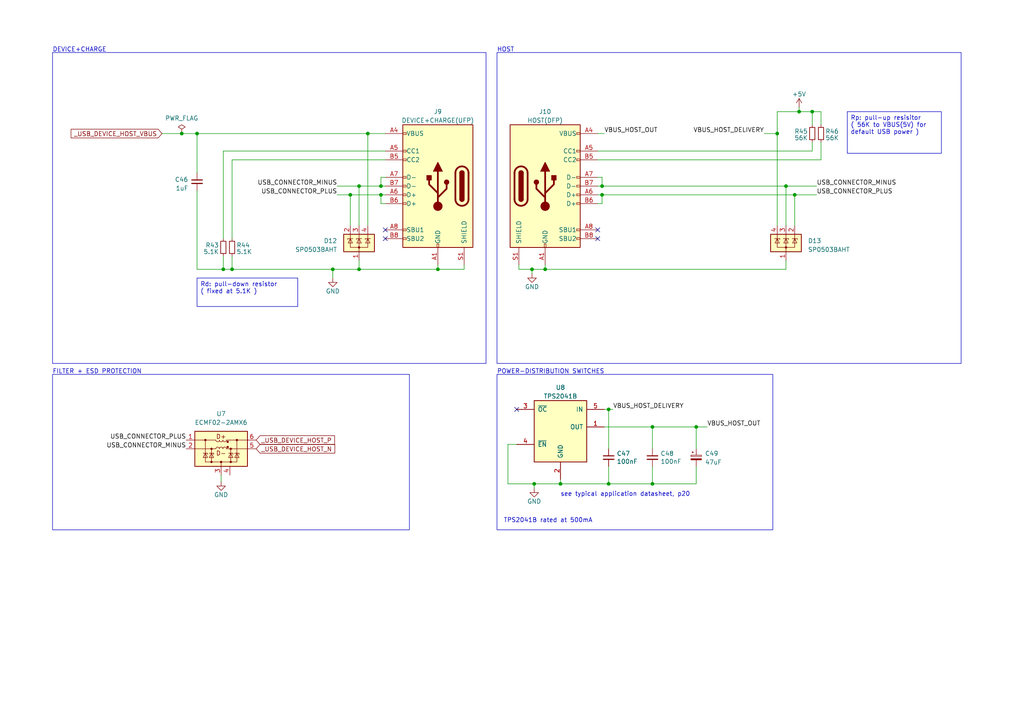
<source format=kicad_sch>
(kicad_sch (version 20231120) (generator "eeschema") (generator_version "8.0")
  (paper "A4")
  (lib_symbols
    (symbol "Connector:USB_C_Receptacle_USB2.0" (pin_names (offset 1.016))
      (property "Reference" "J" (at -10.16 19.05 0))
      (property "Value" "USB_C_Receptacle_USB2.0" (at 19.05 19.05 0))
      (symbol "USB_C_Receptacle_USB2.0_0_0"
        (rectangle (start -0.254 -17.78) (end 0.254 -16.764))
        (rectangle (start 10.16 -14.986) (end 9.144 -15.494))
        (rectangle (start 10.16 -12.446) (end 9.144 -12.954))
        (rectangle (start 10.16 -4.826) (end 9.144 -5.334))
        (rectangle (start 10.16 -2.286) (end 9.144 -2.794))
        (rectangle (start 10.16 0.254) (end 9.144 -0.254))
        (rectangle (start 10.16 2.794) (end 9.144 2.286))
        (rectangle (start 10.16 7.874) (end 9.144 7.366))
        (rectangle (start 10.16 10.414) (end 9.144 9.906))
        (rectangle (start 10.16 15.494) (end 9.144 14.986))
      )
      (symbol "USB_C_Receptacle_USB2.0_0_1"
        (rectangle (start -10.16 17.78) (end 10.16 -17.78) (stroke (width 0.254)) (fill (type background)))
        (arc (start -8.89 -3.81) (mid -6.985 -5.7067) (end -5.08 -3.81) (stroke (width 0.508)))
        (arc (start -7.62 -3.81) (mid -6.985 -4.4423) (end -6.35 -3.81) (stroke (width 0.254)))
        (arc (start -7.62 -3.81) (mid -6.985 -4.4423) (end -6.35 -3.81) (stroke (width 0.254)) (fill (type outline)))
        (rectangle (start -7.62 -3.81) (end -6.35 3.81) (stroke (width 0.254)) (fill (type outline)))
        (arc (start -6.35 3.81) (mid -6.985 4.4423) (end -7.62 3.81) (stroke (width 0.254)))
        (arc (start -6.35 3.81) (mid -6.985 4.4423) (end -7.62 3.81) (stroke (width 0.254)) (fill (type outline)))
        (arc (start -5.08 3.81) (mid -6.985 5.7067) (end -8.89 3.81) (stroke (width 0.508)))
        (circle (center -2.54 1.143) (radius 0.635) (stroke (width 0.254)) (fill (type outline)))
        (circle (center 0 -5.842) (radius 1.27) (fill (type outline)))
        (polyline (pts (xy -8.89 -3.81) (xy -8.89 3.81)) (stroke (width 0.508)))
        (polyline (pts (xy -5.08 3.81) (xy -5.08 -3.81)) (stroke (width 0.508)))
        (polyline (pts (xy 0 -5.842) (xy 0 4.318)) (stroke (width 0.508)))
        (polyline (pts (xy 0 -3.302) (xy -2.54 -0.762) (xy -2.54 0.508)) (stroke (width 0.508)))
        (polyline (pts (xy 0 -2.032) (xy 2.54 0.508) (xy 2.54 1.778)) (stroke (width 0.508)))
        (polyline (pts (xy -1.27 4.318) (xy 0 6.858) (xy 1.27 4.318) (xy -1.27 4.318)) (stroke (width 0.254)) (fill (type outline)))
        (rectangle (start 1.905 1.778) (end 3.175 3.048) (stroke (width 0.254)) (fill (type outline)))
      )
      (symbol "USB_C_Receptacle_USB2.0_1_1"
        (pin passive line (at 0 -22.86 90) (length 5.08) (name "GND") (number "A1"))
        (pin passive line (at 0 -22.86 90) (length 5.08) hide (name "GND") (number "A12"))
        (pin passive line (at 15.24 15.24 180) (length 5.08) (name "VBUS") (number "A4"))
        (pin bidirectional line (at 15.24 10.16 180) (length 5.08) (name "CC1") (number "A5"))
        (pin bidirectional line (at 15.24 -2.54 180) (length 5.08) (name "D+") (number "A6"))
        (pin bidirectional line (at 15.24 2.54 180) (length 5.08) (name "D-") (number "A7"))
        (pin bidirectional line (at 15.24 -12.7 180) (length 5.08) (name "SBU1") (number "A8"))
        (pin passive line (at 15.24 15.24 180) (length 5.08) hide (name "VBUS") (number "A9"))
        (pin passive line (at 0 -22.86 90) (length 5.08) hide (name "GND") (number "B1"))
        (pin passive line (at 0 -22.86 90) (length 5.08) hide (name "GND") (number "B12"))
        (pin passive line (at 15.24 15.24 180) (length 5.08) hide (name "VBUS") (number "B4"))
        (pin bidirectional line (at 15.24 7.62 180) (length 5.08) (name "CC2") (number "B5"))
        (pin bidirectional line (at 15.24 -5.08 180) (length 5.08) (name "D+") (number "B6"))
        (pin bidirectional line (at 15.24 0 180) (length 5.08) (name "D-") (number "B7"))
        (pin bidirectional line (at 15.24 -15.24 180) (length 5.08) (name "SBU2") (number "B8"))
        (pin passive line (at 15.24 15.24 180) (length 5.08) hide (name "VBUS") (number "B9"))
        (pin passive line (at -7.62 -22.86 90) (length 5.08) (name "SHIELD") (number "S1"))
      )
    )
    (symbol "Device:C_Polarized_Small" (pin_numbers hide) (pin_names (offset 0.254) hide)
      (property "Reference" "C" (at 0.254 1.778 0))
      (property "Value" "C_Polarized_Small" (at 0.254 -2.032 0))
      (symbol "C_Polarized_Small_0_1"
        (rectangle (start -1.524 -0.3048) (end 1.524 -0.6858) (fill (type outline)))
        (rectangle (start -1.524 0.6858) (end 1.524 0.3048))
        (polyline (pts (xy -1.27 1.524) (xy -0.762 1.524)))
        (polyline (pts (xy -1.016 1.27) (xy -1.016 1.778)))
      )
      (symbol "C_Polarized_Small_1_1"
        (pin passive line (at 0 2.54 270) (length 1.8542) (name "~") (number "1"))
        (pin passive line (at 0 -2.54 90) (length 1.8542) (name "~") (number "2"))
      )
    )
    (symbol "Device:C_Small" (pin_numbers hide) (pin_names (offset 0.254) hide)
      (property "Reference" "C" (at 0.254 1.778 0))
      (property "Value" "C_Small" (at 0.254 -2.032 0))
      (symbol "C_Small_0_1"
        (polyline (pts (xy -1.524 -0.508) (xy 1.524 -0.508)) (stroke (width 0.3302)))
        (polyline (pts (xy -1.524 0.508) (xy 1.524 0.508)) (stroke (width 0.3048)))
      )
      (symbol "C_Small_1_1"
        (pin passive line (at 0 2.54 270) (length 2.032) (name "~") (number "1"))
        (pin passive line (at 0 -2.54 90) (length 2.032) (name "~") (number "2"))
      )
    )
    (symbol "Device:R_Small" (pin_numbers hide) (pin_names (offset 0.254) hide)
      (property "Reference" "R" (at 0.762 0.508 0))
      (property "Value" "R_Small" (at 0.762 -1.016 0))
      (symbol "R_Small_0_1"
        (rectangle (start -0.762 1.778) (end 0.762 -1.778) (stroke (width 0.2032)))
      )
      (symbol "R_Small_1_1"
        (pin passive line (at 0 2.54 270) (length 0.762) (name "~") (number "1"))
        (pin passive line (at 0 -2.54 90) (length 0.762) (name "~") (number "2"))
      )
    )
    (symbol "Power_Management:TPS2041B" (pin_names (offset 1.016))
      (property "Reference" "U" (at 0 10.795 0))
      (property "Value" "TPS2041B" (at 0 8.89 0))
      (symbol "TPS2041B_0_1"
        (rectangle (start -7.62 7.62) (end 7.62 -10.16) (stroke (width 0.254)) (fill (type background)))
      )
      (symbol "TPS2041B_1_1"
        (pin power_out line (at 12.7 0 180) (length 5.08) (name "OUT") (number "1"))
        (pin power_in line (at 0 -15.24 90) (length 5.08) (name "GND") (number "2"))
        (pin open_collector line (at -12.7 5.08 0) (length 5.08) (name "~{OC}") (number "3"))
        (pin input line (at -12.7 -5.08 0) (length 5.08) (name "~{EN}") (number "4"))
        (pin power_in line (at 12.7 5.08 180) (length 5.08) (name "IN") (number "5"))
      )
    )
    (symbol "Power_Protection:ECMF02-2AMX6" (pin_names (offset 0.0254) hide)
      (property "Reference" "U" (at 0 10.16 0))
      (property "Value" "ECMF02-2AMX6" (at 0 7.62 0))
      (symbol "ECMF02-2AMX6_0_1"
        (rectangle (start -7.62 5.08) (end 7.62 -5.08) (stroke (width 0.254)) (fill (type background)))
        (arc (start -1.524 2.5023) (mid -1.016 2.0306) (end -0.508 2.5023))
        (arc (start -0.508 0.0377) (mid -1.016 0.5094) (end -1.524 0.0377))
        (arc (start -0.508 2.5023) (mid 0 2.0306) (end 0.508 2.5023))
        (polyline (pts (xy -7.62 0) (xy -1.524 0)))
        (polyline (pts (xy -7.62 2.54) (xy -1.524 2.54)))
        (polyline (pts (xy -4.572 -3.81) (xy 4.572 -3.81)))
        (polyline (pts (xy -4.572 2.54) (xy -4.572 -3.81)))
        (polyline (pts (xy -2.794 0) (xy -2.794 -3.81)))
        (polyline (pts (xy 0 -5.08) (xy 0 -3.81)))
        (polyline (pts (xy 2.54 0) (xy 1.524 0)))
        (polyline (pts (xy 2.54 0) (xy 7.62 0)))
        (polyline (pts (xy 2.54 2.54) (xy 1.524 2.54)))
        (polyline (pts (xy 2.54 2.54) (xy 7.62 2.54)))
        (polyline (pts (xy 2.794 0) (xy 2.794 -3.81)))
        (polyline (pts (xy 4.572 2.54) (xy 4.572 -3.81)))
        (arc (start 0.508 0.0377) (mid 0 0.5094) (end -0.508 0.0377))
        (arc (start 0.508 2.5023) (mid 1.016 2.0306) (end 1.524 2.5023))
        (arc (start 1.524 0.0377) (mid 1.016 0.5094) (end 0.508 0.0377))
        (text "D+" (at 0 3.556 0) (effects (font (size 1.27 1.27))))
        (text "D-" (at 0 -1.27 0) (effects (font (size 1.27 1.27))))
      )
      (symbol "ECMF02-2AMX6_1_1"
        (circle (center -4.572 2.54) (radius 0.254) (fill (type outline)))
        (circle (center -2.794 -3.81) (radius 0.254) (fill (type outline)))
        (circle (center -2.794 0) (radius 0.254) (fill (type outline)))
        (circle (center 0 -3.81) (radius 0.254) (fill (type outline)))
        (polyline (pts (xy -3.937 -1.651) (xy -3.937 -1.27) (xy -5.207 -1.27)))
        (polyline (pts (xy -2.159 -1.651) (xy -2.159 -1.27) (xy -3.429 -1.27)))
        (polyline (pts (xy 3.429 -1.651) (xy 3.429 -1.27) (xy 2.159 -1.27)))
        (polyline (pts (xy 5.207 -1.651) (xy 5.207 -1.27) (xy 3.937 -1.27)))
        (polyline (pts (xy -5.207 -2.54) (xy -3.937 -2.54) (xy -4.572 -1.27) (xy -5.207 -2.54)))
        (polyline (pts (xy -3.429 -2.54) (xy -2.159 -2.54) (xy -2.794 -1.27) (xy -3.429 -2.54)))
        (polyline (pts (xy 3.429 -2.54) (xy 2.159 -2.54) (xy 2.794 -1.27) (xy 3.429 -2.54)))
        (polyline (pts (xy 5.207 -2.54) (xy 3.937 -2.54) (xy 4.572 -1.27) (xy 5.207 -2.54)))
        (circle (center 1.905 0.508) (radius 0.254) (fill (type outline)))
        (circle (center 1.905 2.032) (radius 0.254) (fill (type outline)))
        (circle (center 2.794 -3.81) (radius 0.254) (fill (type outline)))
        (circle (center 2.794 0) (radius 0.254) (fill (type outline)))
        (circle (center 4.572 2.54) (radius 0.254) (fill (type outline)))
        (pin passive line (at -10.16 2.54 0) (length 2.54) (name "D+_in") (number "1"))
        (pin passive line (at -10.16 0 0) (length 2.54) (name "D-_in") (number "2"))
        (pin power_in line (at 0 -7.62 90) (length 2.54) (name "GND") (number "3"))
        (pin free line (at 2.54 -7.62 90) (length 2.54) (name "NC") (number "4"))
        (pin passive line (at 10.16 0 180) (length 2.54) (name "D-_out") (number "5"))
        (pin passive line (at 10.16 2.54 180) (length 2.54) (name "D+_out") (number "6"))
      )
    )
    (symbol "Power_Protection:SP0503BAHT" (pin_names hide)
      (property "Reference" "D" (at 5.715 2.54 0))
      (property "Value" "SP0503BAHT" (at 5.715 0.635 0))
      (symbol "SP0503BAHT_0_0"
        (pin passive line (at 0 -5.08 90) (length 2.54) (name "A") (number "1"))
      )
      (symbol "SP0503BAHT_0_1"
        (rectangle (start -4.445 2.54) (end 4.445 -2.54) (stroke (width 0.254)) (fill (type background)))
        (circle (center 0 -1.27) (radius 0.254) (fill (type outline)))
        (polyline (pts (xy -2.54 2.54) (xy -2.54 1.27)))
        (polyline (pts (xy 0 -1.27) (xy 0 -2.54)))
        (polyline (pts (xy 0 -1.27) (xy 0 1.27)))
        (polyline (pts (xy 0 2.54) (xy 0 1.27)))
        (polyline (pts (xy 0.635 1.27) (xy 0.762 1.27)))
        (polyline (pts (xy 2.54 2.54) (xy 2.54 1.27)))
        (polyline (pts (xy 0.635 1.27) (xy -0.762 1.27) (xy -0.762 1.016)))
        (polyline (pts (xy -3.302 1.016) (xy -3.302 1.27) (xy -1.905 1.27) (xy -1.778 1.27)))
        (polyline (pts (xy -2.54 1.27) (xy -2.54 -1.27) (xy 2.54 -1.27) (xy 2.54 1.27)))
        (polyline (pts (xy -2.54 1.27) (xy -1.905 0) (xy -3.175 0) (xy -2.54 1.27)))
        (polyline (pts (xy 0.635 0) (xy -0.635 0) (xy 0 1.27) (xy 0.635 0)))
        (polyline (pts (xy 1.778 1.016) (xy 1.778 1.27) (xy 3.175 1.27) (xy 3.302 1.27)))
        (polyline (pts (xy 2.54 1.27) (xy 1.905 0) (xy 3.175 0) (xy 2.54 1.27)))
      )
      (symbol "SP0503BAHT_1_1"
        (pin passive line (at -2.54 5.08 270) (length 2.54) (name "K") (number "2"))
        (pin passive line (at 0 5.08 270) (length 2.54) (name "K") (number "3"))
        (pin passive line (at 2.54 5.08 270) (length 2.54) (name "K") (number "4"))
      )
    )
    (symbol "power:+5V" (power) (pin_names (offset 0))
      (property "Value" "+5V" (at 0 3.556 0))
      (symbol "+5V_0_1"
        (polyline (pts (xy -0.762 1.27) (xy 0 2.54)))
        (polyline (pts (xy 0 0) (xy 0 2.54)))
        (polyline (pts (xy 0 2.54) (xy 0.762 1.27)))
      )
      (symbol "+5V_1_1"
        (pin power_in line (at 0 0 90) (length 0) hide (name "+5V") (number "1"))
      )
    )
    (symbol "power:GND" (power) (pin_names (offset 0))
      (property "Value" "GND" (at 0 -3.81 0))
      (symbol "GND_0_1"
        (polyline (pts (xy 0 0) (xy 0 -1.27) (xy 1.27 -1.27) (xy 0 -2.54) (xy -1.27 -1.27) (xy 0 -1.27)))
      )
      (symbol "GND_1_1"
        (pin power_in line (at 0 0 270) (length 0) hide (name "GND") (number "1"))
      )
    )
    (symbol "power:PWR_FLAG" (power) (pin_numbers hide) (pin_names (offset 0) hide)
      (property "Value" "PWR_FLAG" (at 0 3.81 0))
      (symbol "PWR_FLAG_0_0"
        (pin power_out line (at 0 0 90) (length 0) (name "pwr") (number "1"))
      )
      (symbol "PWR_FLAG_0_1"
        (polyline (pts (xy 0 0) (xy 0 1.27) (xy -1.016 1.905) (xy 0 2.54) (xy 1.016 1.905) (xy 0 1.27)))
      )
    )
  )
  (junction (at 189.23 123.825))
  (junction (at 104.14 53.975))
  (junction (at 104.14 78.105))
  (junction (at 110.49 53.975))
  (junction (at 101.6 56.515))
  (junction (at 162.56 140.335))
  (junction (at 52.705 38.735))
  (junction (at 227.965 53.975))
  (junction (at 235.585 32.385))
  (junction (at 201.93 123.825))
  (junction (at 174.625 56.515))
  (junction (at 176.53 140.335))
  (junction (at 127 78.105))
  (junction (at 106.68 38.735))
  (junction (at 174.625 53.975))
  (junction (at 57.15 38.735))
  (junction (at 154.305 78.105))
  (junction (at 176.53 118.745))
  (junction (at 110.49 56.515))
  (junction (at 67.31 78.105))
  (junction (at 225.425 38.735))
  (junction (at 64.77 78.105))
  (junction (at 189.23 140.335))
  (junction (at 231.775 32.385))
  (junction (at 154.94 140.335))
  (junction (at 158.115 78.105))
  (junction (at 96.52 78.105))
  (junction (at 230.505 56.515))
  (no_connect (at 111.76 69.215))
  (no_connect (at 173.355 69.215))
  (no_connect (at 149.86 118.745))
  (no_connect (at 111.76 66.675))
  (no_connect (at 173.355 66.675))
  (wire (pts (xy 225.425 32.385) (xy 225.425 38.735)))
  (wire (pts (xy 235.585 43.815) (xy 235.585 41.275)))
  (wire (pts (xy 230.505 56.515) (xy 230.505 65.405)))
  (wire (pts (xy 67.31 78.105) (xy 96.52 78.105)))
  (wire (pts (xy 97.79 56.515) (xy 101.6 56.515)))
  (wire (pts (xy 57.15 55.245) (xy 57.15 78.105)))
  (wire (pts (xy 225.425 32.385) (xy 231.775 32.385)))
  (wire (pts (xy 147.32 128.905) (xy 147.32 140.335)))
  (wire (pts (xy 64.77 43.815) (xy 64.77 69.215)))
  (wire (pts (xy 205.105 123.825) (xy 201.93 123.825)))
  (wire (pts (xy 189.23 123.825) (xy 189.23 130.175)))
  (wire (pts (xy 150.495 78.105) (xy 154.305 78.105)))
  (wire (pts (xy 238.125 32.385) (xy 238.125 36.195)))
  (wire (pts (xy 201.93 123.825) (xy 201.93 130.175)))
  (wire (pts (xy 154.94 140.335) (xy 154.94 141.605)))
  (wire (pts (xy 175.26 118.745) (xy 176.53 118.745)))
  (wire (pts (xy 57.15 50.165) (xy 57.15 38.735)))
  (wire (pts (xy 110.49 53.975) (xy 104.14 53.975)))
  (wire (pts (xy 104.14 75.565) (xy 104.14 78.105)))
  (wire (pts (xy 110.49 59.055) (xy 110.49 56.515)))
  (wire (pts (xy 227.965 75.565) (xy 227.965 78.105)))
  (wire (pts (xy 201.93 123.825) (xy 189.23 123.825)))
  (wire (pts (xy 230.505 56.515) (xy 236.855 56.515)))
  (wire (pts (xy 127 78.105) (xy 134.62 78.105)))
  (wire (pts (xy 173.355 46.355) (xy 238.125 46.355)))
  (wire (pts (xy 57.15 38.735) (xy 106.68 38.735)))
  (wire (pts (xy 101.6 56.515) (xy 101.6 65.405)))
  (wire (pts (xy 235.585 32.385) (xy 235.585 36.195)))
  (wire (pts (xy 64.77 43.815) (xy 111.76 43.815)))
  (wire (pts (xy 104.14 53.975) (xy 104.14 65.405)))
  (wire (pts (xy 173.355 43.815) (xy 235.585 43.815)))
  (wire (pts (xy 225.425 38.735) (xy 225.425 65.405)))
  (wire (pts (xy 101.6 56.515) (xy 110.49 56.515)))
  (wire (pts (xy 67.31 46.355) (xy 67.31 69.215)))
  (wire (pts (xy 106.68 38.735) (xy 111.76 38.735)))
  (wire (pts (xy 189.23 140.335) (xy 201.93 140.335)))
  (wire (pts (xy 176.53 135.255) (xy 176.53 140.335)))
  (wire (pts (xy 162.56 140.335) (xy 176.53 140.335)))
  (wire (pts (xy 64.135 137.795) (xy 64.135 139.7)))
  (wire (pts (xy 162.56 139.065) (xy 162.56 140.335)))
  (wire (pts (xy 127 78.105) (xy 127 76.835)))
  (wire (pts (xy 97.79 53.975) (xy 104.14 53.975)))
  (wire (pts (xy 173.355 38.735) (xy 175.26 38.735)))
  (wire (pts (xy 176.53 140.335) (xy 189.23 140.335)))
  (wire (pts (xy 111.76 56.515) (xy 110.49 56.515)))
  (wire (pts (xy 64.77 74.295) (xy 64.77 78.105)))
  (wire (pts (xy 175.26 123.825) (xy 189.23 123.825)))
  (wire (pts (xy 111.76 59.055) (xy 110.49 59.055)))
  (wire (pts (xy 96.52 78.105) (xy 104.14 78.105)))
  (wire (pts (xy 52.705 38.735) (xy 57.15 38.735)))
  (wire (pts (xy 106.68 38.735) (xy 106.68 65.405)))
  (wire (pts (xy 150.495 76.835) (xy 150.495 78.105)))
  (wire (pts (xy 238.125 32.385) (xy 235.585 32.385)))
  (wire (pts (xy 96.52 80.645) (xy 96.52 78.105)))
  (wire (pts (xy 174.625 59.055) (xy 174.625 56.515)))
  (wire (pts (xy 176.53 118.745) (xy 176.53 130.175)))
  (wire (pts (xy 238.125 46.355) (xy 238.125 41.275)))
  (wire (pts (xy 227.965 53.975) (xy 236.855 53.975)))
  (wire (pts (xy 174.625 56.515) (xy 230.505 56.515)))
  (wire (pts (xy 173.355 51.435) (xy 174.625 51.435)))
  (wire (pts (xy 176.53 118.745) (xy 177.8 118.745)))
  (wire (pts (xy 158.115 78.105) (xy 158.115 76.835)))
  (wire (pts (xy 201.93 135.255) (xy 201.93 140.335)))
  (wire (pts (xy 154.305 79.375) (xy 154.305 78.105)))
  (wire (pts (xy 111.76 53.975) (xy 110.49 53.975)))
  (wire (pts (xy 67.31 74.295) (xy 67.31 78.105)))
  (wire (pts (xy 154.305 78.105) (xy 158.115 78.105)))
  (wire (pts (xy 111.76 51.435) (xy 110.49 51.435)))
  (wire (pts (xy 227.965 53.975) (xy 227.965 65.405)))
  (wire (pts (xy 134.62 76.835) (xy 134.62 78.105)))
  (wire (pts (xy 174.625 51.435) (xy 174.625 53.975)))
  (wire (pts (xy 57.15 78.105) (xy 64.77 78.105)))
  (wire (pts (xy 67.31 78.105) (xy 64.77 78.105)))
  (wire (pts (xy 235.585 32.385) (xy 231.775 32.385)))
  (wire (pts (xy 162.56 140.335) (xy 154.94 140.335)))
  (wire (pts (xy 110.49 51.435) (xy 110.49 53.975)))
  (wire (pts (xy 104.14 78.105) (xy 127 78.105)))
  (wire (pts (xy 173.355 59.055) (xy 174.625 59.055)))
  (wire (pts (xy 221.615 38.735) (xy 225.425 38.735)))
  (wire (pts (xy 174.625 53.975) (xy 227.965 53.975)))
  (wire (pts (xy 147.32 128.905) (xy 149.86 128.905)))
  (wire (pts (xy 147.32 140.335) (xy 154.94 140.335)))
  (wire (pts (xy 46.99 38.735) (xy 52.705 38.735)))
  (wire (pts (xy 189.23 135.255) (xy 189.23 140.335)))
  (wire (pts (xy 158.115 78.105) (xy 227.965 78.105)))
  (wire (pts (xy 173.355 53.975) (xy 174.625 53.975)))
  (wire (pts (xy 173.355 56.515) (xy 174.625 56.515)))
  (wire (pts (xy 67.31 46.355) (xy 111.76 46.355)))
  (wire (pts (xy 231.775 31.115) (xy 231.775 32.385)))
  (rectangle (start 15.24 108.585) (end 118.745 153.67))
  (rectangle (start 144.145 15.24) (end 278.765 105.41))
  (rectangle (start 144.145 108.585) (end 224.155 153.67))
  (rectangle (start 15.24 15.24) (end 140.97 105.41))
  (text_box "Rd: pull-down resistor\n( fixed at 5.1K )" (at 57.15 80.645 0) (size 29.21 8.255) (effects (font (size 1.27 1.27)) (justify left top)))
  (text_box "Rp: pull-up resisitor\n( 56K to VBUS(5V) for default USB power )" (at 245.745 32.385 0) (size 27.305 12.065) (effects (font (size 1.27 1.27)) (justify left top)))
  (text "FILTER + ESD PROTECTION" (at 15.24 108.585 0) (effects (font (size 1.27 1.27)) (justify left bottom)))
  (text "see typical application datasheet, p20" (at 162.56 144.145 0) (effects (font (size 1.27 1.27)) (justify left bottom)))
  (text "HOST" (at 144.145 15.24 0) (effects (font (size 1.27 1.27)) (justify left bottom)))
  (text "TPS2041B rated at 500mA" (at 146.05 151.765 0) (effects (font (size 1.27 1.27)) (justify left bottom)))
  (text "DEVICE+CHARGE" (at 15.24 15.24 0) (effects (font (size 1.27 1.27)) (justify left bottom)))
  (text "POWER-DISTRIBUTION SWITCHES" (at 144.145 108.585 0) (effects (font (size 1.27 1.27)) (justify left bottom)))
  (label "VBUS_HOST_DELIVERY" (at 221.615 38.735 180))
  (label "USB_CONNECTOR_MINUS" (at 236.855 53.975 0))
  (label "VBUS_HOST_DELIVERY" (at 177.8 118.745 0))
  (label "USB_CONNECTOR_PLUS" (at 97.79 56.515 180))
  (label "USB_CONNECTOR_MINUS" (at 53.975 130.175 180))
  (label "USB_CONNECTOR_PLUS" (at 53.975 127.635 180))
  (label "VBUS_HOST_OUT" (at 205.105 123.825 0))
  (label "VBUS_HOST_OUT" (at 175.26 38.735 0))
  (label "USB_CONNECTOR_PLUS" (at 236.855 56.515 0))
  (label "USB_CONNECTOR_MINUS" (at 97.79 53.975 180))
  (global_label "_USB_DEVICE_HOST_VBUS" (shape input) (at 46.99 38.735 180) (property "Intersheetrefs" "${INTERSHEET_REFS}" (effects (hide yes))))
  (global_label "_USB_DEVICE_HOST_N" (shape input) (at 74.295 130.175 0) (property "Intersheetrefs" "${INTERSHEET_REFS}" (effects (hide yes))))
  (global_label "_USB_DEVICE_HOST_P" (shape input) (at 74.295 127.635 0) (property "Intersheetrefs" "${INTERSHEET_REFS}" (effects (hide yes))))
  (symbol (lib_id "Device:C_Small") (at 176.53 132.715 0) (unit 1)
    (property "Reference" "C47" (at 178.8668 131.5466 0) (effects (justify left)))
    (property "Value" "100nF" (at 178.8668 133.858 0) (effects (justify left)))
    (property "Footprint" "Capacitor_SMD:C_1206_3216Metric" (effects (hide yes)))
    (property "Description" "50V" (effects (hide yes)))
    (property "JLCPCB" "C3015151" (effects (hide yes)))
  )
  (symbol (lib_id "Power_Protection:ECMF02-2AMX6") (at 64.135 130.175 0) (unit 1)
    (property "Reference" "U7" (at 64.135 120.015 0))
    (property "Value" "ECMF02-2AMX6" (at 64.135 122.555 0))
    (property "Footprint" "Package_DFN_QFN:ST_UQFN-6L_1.5x1.7mm_P0.5mm" (effects (hide yes)))
    (property "Datasheet" "https://www.st.com/resource/en/datasheet/ecmf02-2amx6.pdf" (effects (hide yes)))
    (property "JLCPCB" "C2651144" (effects (hide yes)))
  )
  (symbol (lib_id "Device:C_Polarized_Small") (at 201.93 132.715 0) (unit 1)
    (property "Reference" "C49" (at 204.47 131.5339 0) (effects (justify left)))
    (property "Value" "47uF" (at 204.47 134.0739 0) (effects (justify left)))
    (property "Footprint" "Capacitor_SMD:CP_Elec_4x5.4" (effects (hide yes)))
    (property "Description" "10V" (effects (hide yes)))
    (property "JLCPCB" "C114447" (effects (hide yes)))
  )
  (symbol (lib_id "Device:R_Small") (at 238.125 38.735 180) (unit 1)
    (property "Reference" "R46" (at 239.395 38.1 0) (effects (justify right)))
    (property "Value" "56K" (at 239.395 40.005 0) (effects (justify right)))
    (property "Footprint" "Resistor_SMD:R_0402_1005Metric" (effects (hide yes)))
    (property "Description" "63mW" (effects (hide yes)))
    (property "JLCPCB" "C352409" (effects (hide yes)))
  )
  (symbol (lib_id "Device:R_Small") (at 67.31 71.755 180) (unit 1)
    (property "Reference" "R44" (at 68.58 71.12 0) (effects (justify right)))
    (property "Value" "5.1K" (at 68.58 73.025 0) (effects (justify right)))
    (property "Footprint" "Resistor_SMD:R_0402_1005Metric" (effects (hide yes)))
    (property "Description" "62.5mW" (effects (hide yes)))
    (property "JLCPCB" "C409730" (effects (hide yes)))
  )
  (symbol (lib_id "Connector:USB_C_Receptacle_USB2.0") (at 127 53.975 0) (mirror y) (unit 1)
    (property "Reference" "J9" (at 127 32.385 0))
    (property "Value" "DEVICE+CHARGE(UFP)" (at 127 34.925 0))
    (property "Footprint" "Connector_USB:USB_C_Receptacle_HRO_TYPE-C-31-M-12" (effects (hide yes)))
    (property "Datasheet" "https://www.usb.org/sites/default/files/documents/usb_type-c.zip" (effects (hide yes)))
    (property "JLCPCB" "C165948" (effects (hide yes)))
  )
  (symbol (lib_id "Power_Protection:SP0503BAHT") (at 227.965 70.485 0) (mirror y) (unit 1)
    (property "Reference" "D13" (at 234.315 69.85 0) (effects (justify right)))
    (property "Value" "SP0503BAHT" (at 234.315 72.39 0) (effects (justify right)))
    (property "Footprint" "Package_TO_SOT_SMD:SOT-143" (effects (hide yes)))
    (property "Datasheet" "http://www.littelfuse.com/~/media/files/littelfuse/technical%20resources/documents/data%20sheets/sp05xxba.pdf" (effects (hide yes)))
    (property "JLCPCB" "C3040626" (effects (hide yes)))
  )
  (symbol (lib_id "power:GND") (at 154.305 79.375 0) (unit 1)
    (property "Reference" "#PWR070" (effects (hide yes)))
    (property "Value" "GND" (at 154.305 83.185 0))
  )
  (symbol (lib_id "Power_Management:TPS2041B") (at 162.56 123.825 0) (unit 1)
    (property "Reference" "U8" (at 162.56 112.395 0))
    (property "Value" "TPS2041B" (at 162.56 114.935 0))
    (property "Footprint" "Package_TO_SOT_SMD:SOT-23-5" (effects (hide yes)))
    (property "Datasheet" "http://www.ti.com/lit/ds/symlink/tps2041.pdf" (effects (hide yes)))
    (property "JLCPCB" "C51386" (effects (hide yes)))
  )
  (symbol (lib_id "Device:R_Small") (at 64.77 71.755 0) (mirror x) (unit 1)
    (property "Reference" "R43" (at 63.5 71.12 0) (effects (justify right)))
    (property "Value" "5.1K" (at 63.5 73.025 0) (effects (justify right)))
    (property "Footprint" "Resistor_SMD:R_0402_1005Metric" (effects (hide yes)))
    (property "Description" "62.5mW" (effects (hide yes)))
    (property "JLCPCB" "C409730" (effects (hide yes)))
  )
  (symbol (lib_id "power:+5V") (at 231.775 31.115 0) (unit 1)
    (property "Reference" "#PWR02" (effects (hide yes)))
    (property "Value" "+5V" (at 231.775 27.305 0))
    (instances (project "KLST_GRASS" (path "" (reference "#PWR02") (unit 1))) (project "KLST_CATERPILLAR" (path "" (reference "#PWR072") (unit 1))))
  )
  (symbol (lib_id "Device:R_Small") (at 235.585 38.735 0) (mirror x) (unit 1)
    (property "Reference" "R45" (at 234.315 38.1 0) (effects (justify right)))
    (property "Value" "56K" (at 234.315 40.005 0) (effects (justify right)))
    (property "Footprint" "Resistor_SMD:R_0402_1005Metric" (effects (hide yes)))
    (property "Description" "63mW" (effects (hide yes)))
    (property "JLCPCB" "C352409" (effects (hide yes)))
  )
  (symbol (lib_id "Connector:USB_C_Receptacle_USB2.0") (at 158.115 53.975 0) (unit 1)
    (property "Reference" "J10" (at 158.115 32.385 0))
    (property "Value" "HOST(DFP)" (at 158.115 34.925 0))
    (property "Footprint" "Connector_USB:USB_C_Receptacle_HRO_TYPE-C-31-M-12" (effects (hide yes)))
    (property "Datasheet" "https://www.usb.org/sites/default/files/documents/usb_type-c.zip" (effects (hide yes)))
    (property "JLCPCB" "C165948" (effects (hide yes)))
  )
  (symbol (lib_id "Device:C_Small") (at 189.23 132.715 0) (unit 1)
    (property "Reference" "C48" (at 191.5668 131.5466 0) (effects (justify left)))
    (property "Value" "100nF" (at 191.5668 133.858 0) (effects (justify left)))
    (property "Footprint" "Capacitor_SMD:C_1206_3216Metric" (effects (hide yes)))
    (property "Description" "50V" (effects (hide yes)))
    (property "JLCPCB" "C3015151" (effects (hide yes)))
  )
  (symbol (lib_id "Device:C_Small") (at 57.15 52.705 0) (unit 1)
    (property "Reference" "C46" (at 54.61 52.0763 0) (effects (justify right)))
    (property "Value" "1uF" (at 54.61 54.6163 0) (effects (justify right)))
    (property "Footprint" "Capacitor_SMD:C_0805_2012Metric" (effects (hide yes)))
    (property "Description" "50V" (effects (hide yes)))
    (property "JLCPCB" "C307362" (effects (hide yes)))
  )
  (symbol (lib_id "power:GND") (at 64.135 139.7 0) (mirror y) (unit 1)
    (property "Reference" "#PWR068" (effects (hide yes)))
    (property "Value" "GND" (at 64.135 143.51 0))
  )
  (symbol (lib_id "Power_Protection:SP0503BAHT") (at 104.14 70.485 0) (unit 1)
    (property "Reference" "D12" (at 97.79 69.85 0) (effects (justify right)))
    (property "Value" "SP0503BAHT" (at 97.79 72.39 0) (effects (justify right)))
    (property "Footprint" "Package_TO_SOT_SMD:SOT-143" (effects (hide yes)))
    (property "Datasheet" "http://www.littelfuse.com/~/media/files/littelfuse/technical%20resources/documents/data%20sheets/sp05xxba.pdf" (effects (hide yes)))
    (property "JLCPCB" "C3040626" (effects (hide yes)))
  )
  (symbol (lib_id "power:GND") (at 154.94 141.605 0) (unit 1)
    (property "Reference" "#PWR071" (effects (hide yes)))
    (property "Value" "GND" (at 154.94 145.415 0))
  )
  (symbol (lib_id "power:GND") (at 96.52 80.645 0) (mirror y) (unit 1)
    (property "Reference" "#PWR069" (effects (hide yes)))
    (property "Value" "GND" (at 96.52 84.455 0))
  )
  (symbol (lib_id "power:PWR_FLAG") (at 52.705 38.735 0) (unit 1)
    (property "Reference" "#FLG06" (effects (hide yes)))
    (property "Value" "PWR_FLAG" (at 52.705 34.29 0))
  )
)
</source>
